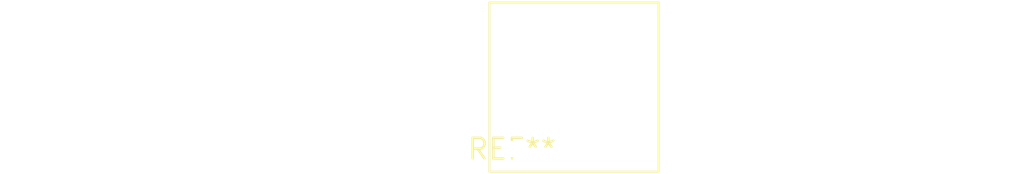
<source format=kicad_pcb>
(kicad_pcb (version 20240108) (generator pcbnew)
  (layers (0 "F.Cu" signal) (31 "B.Cu" signal) (34 "B.Paste" user) (35 "F.Paste" user) (36 "B.SilkS" user "B.Silkscreen") (37 "F.SilkS" user "F.Silkscreen") (38 "B.Mask" user) (39 "F.Mask" user) (44 "Edge.Cuts" user))
  (net 0 "")
  (footprint "L_Radial_L10.2mm_W10.2mm_Px7.62mm_Py7.62mm_Pulse_LP-30" (layer "F.Cu") (at 0 0)
    (property "Reference" "REF**")
    (property "Value" "L_Radial_L10.2mm_W10.2mm_Px7.62mm_Py7.62mm_Pulse_LP-30")
    (fp_line (start -1.39 -9.01) (end -1.39 1.39) (layer "F.SilkS") (stroke (width 0.12)))
    (fp_line (start -1.39 -9.01) (end 9.01 -9.01) (layer "F.SilkS") (stroke (width 0.12)))
    (fp_line (start -1.39 1.39) (end 9.01 1.39) (layer "F.SilkS") (stroke (width 0.12)))
    (fp_line (start 9.01 -9.01) (end 9.01 1.39) (layer "F.SilkS") (stroke (width 0.12)))
    (pad "1" thru_hole circle (at 0 0) (size 2 2) (drill 1) (layers *.Cu *.Mask) (remove_unused_layers))
    (pad "2" thru_hole circle (at 7.62 -7.62) (size 2 2) (drill 1) (layers *.Cu *.Mask) (remove_unused_layers))
  )
)
</source>
